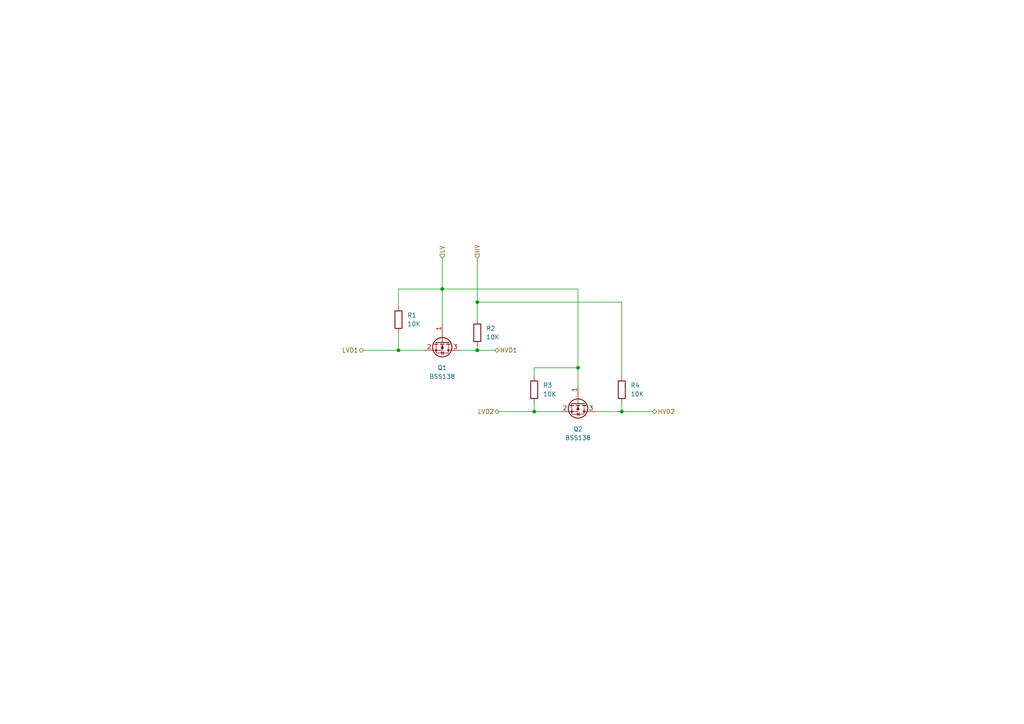
<source format=kicad_sch>
(kicad_sch (version 20211123) (generator eeschema)
  (paper "A4")
  (lib_symbols
    (symbol "Device:R" (pin_numbers hide) (pin_names (offset 0))
      (property "Reference" "R" (at 2.032 0 90))
      (property "Value" "R" (at 0 0 90))
      (symbol "R_0_1"
        (rectangle (start -1.016 -2.54) (end 1.016 2.54) (stroke (width 0.254)))
      )
      (symbol "R_1_1"
        (pin passive line (at 0 3.81 270) (length 1.27) (name "~") (number "1"))
        (pin passive line (at 0 -3.81 90) (length 1.27) (name "~") (number "2"))
      )
    )
    (symbol "Transistor_FET:BSS138" (pin_names hide)
      (property "Reference" "Q" (at 5.08 1.905 0))
      (property "Value" "BSS138" (at 5.08 0 0))
      (symbol "BSS138_0_1"
        (polyline (pts (xy 0.254 0) (xy -2.54 0)))
        (polyline (pts (xy 0.254 1.905) (xy 0.254 -1.905)) (stroke (width 0.254)))
        (polyline (pts (xy 0.762 -1.27) (xy 0.762 -2.286)) (stroke (width 0.254)))
        (polyline (pts (xy 0.762 0.508) (xy 0.762 -0.508)) (stroke (width 0.254)))
        (polyline (pts (xy 0.762 2.286) (xy 0.762 1.27)) (stroke (width 0.254)))
        (polyline (pts (xy 2.54 2.54) (xy 2.54 1.778)))
        (polyline (pts (xy 2.54 -2.54) (xy 2.54 0) (xy 0.762 0)))
        (polyline (pts (xy 0.762 -1.778) (xy 3.302 -1.778) (xy 3.302 1.778) (xy 0.762 1.778)))
        (polyline (pts (xy 1.016 0) (xy 2.032 0.381) (xy 2.032 -0.381) (xy 1.016 0)) (fill (type outline)))
        (polyline (pts (xy 2.794 0.508) (xy 2.921 0.381) (xy 3.683 0.381) (xy 3.81 0.254)))
        (polyline (pts (xy 3.302 0.381) (xy 2.921 -0.254) (xy 3.683 -0.254) (xy 3.302 0.381)))
        (circle (center 1.651 0) (radius 2.794) (stroke (width 0.254)))
        (circle (center 2.54 -1.778) (radius 0.254) (fill (type outline)))
        (circle (center 2.54 1.778) (radius 0.254) (fill (type outline)))
      )
      (symbol "BSS138_1_1"
        (pin input line (at -5.08 0 0) (length 2.54) (name "G") (number "1"))
        (pin passive line (at 2.54 -5.08 90) (length 2.54) (name "S") (number "2"))
        (pin passive line (at 2.54 5.08 270) (length 2.54) (name "D") (number "3"))
      )
    )
  )
  (junction (at 180.34 119.38))
  (junction (at 138.43 101.6))
  (junction (at 154.94 119.38))
  (junction (at 128.27 83.82))
  (junction (at 115.57 101.6))
  (junction (at 167.64 106.68))
  (junction (at 138.43 87.63))
  (wire (pts (xy 162.56 119.38) (xy 154.94 119.38)))
  (wire (pts (xy 105.41 101.6) (xy 115.57 101.6)))
  (wire (pts (xy 128.27 83.82) (xy 167.64 83.82)))
  (wire (pts (xy 138.43 101.6) (xy 143.51 101.6)))
  (wire (pts (xy 154.94 116.84) (xy 154.94 119.38)))
  (wire (pts (xy 154.94 109.22) (xy 154.94 106.68)))
  (wire (pts (xy 180.34 119.38) (xy 189.23 119.38)))
  (wire (pts (xy 180.34 119.38) (xy 180.34 116.84)))
  (wire (pts (xy 115.57 101.6) (xy 123.19 101.6)))
  (wire (pts (xy 115.57 96.52) (xy 115.57 101.6)))
  (wire (pts (xy 180.34 87.63) (xy 138.43 87.63)))
  (wire (pts (xy 144.78 119.38) (xy 154.94 119.38)))
  (wire (pts (xy 128.27 74.93) (xy 128.27 83.82)))
  (wire (pts (xy 180.34 109.22) (xy 180.34 87.63)))
  (wire (pts (xy 172.72 119.38) (xy 180.34 119.38)))
  (wire (pts (xy 167.64 106.68) (xy 167.64 111.76)))
  (wire (pts (xy 138.43 87.63) (xy 138.43 92.71)))
  (wire (pts (xy 133.35 101.6) (xy 138.43 101.6)))
  (wire (pts (xy 167.64 83.82) (xy 167.64 106.68)))
  (wire (pts (xy 154.94 106.68) (xy 167.64 106.68)))
  (wire (pts (xy 115.57 88.9) (xy 115.57 83.82)))
  (wire (pts (xy 138.43 100.33) (xy 138.43 101.6)))
  (wire (pts (xy 128.27 83.82) (xy 128.27 93.98)))
  (wire (pts (xy 115.57 83.82) (xy 128.27 83.82)))
  (wire (pts (xy 138.43 74.93) (xy 138.43 87.63)))
  (hierarchical_label "HVD1" (shape bidirectional) (at 143.51 101.6 0))
  (hierarchical_label "LV" (shape input) (at 128.27 74.93 90))
  (hierarchical_label "HV" (shape input) (at 138.43 74.93 90))
  (hierarchical_label "LVD2" (shape bidirectional) (at 144.78 119.38 180))
  (hierarchical_label "HVD2" (shape bidirectional) (at 189.23 119.38 0))
  (hierarchical_label "LVD1" (shape bidirectional) (at 105.41 101.6 180))
  (symbol (lib_id "Device:R") (at 180.34 113.03 0) (unit 1)
    (property "Reference" "R4" (at 182.88 111.7599 0) (effects (justify left)))
    (property "Value" "10K" (at 182.88 114.2999 0) (effects (justify left)))
    (property "Footprint" "Resistor_SMD:R_1206_3216Metric_Pad1.30x1.75mm_HandSolder" (effects hide))
  )
  (symbol (lib_id "Transistor_FET:BSS138") (at 167.64 116.84 270) (unit 1)
    (property "Reference" "Q2" (at 167.64 124.46 90))
    (property "Value" "BSS138" (at 167.64 127 90))
    (property "Footprint" "Package_TO_SOT_SMD:SOT-23_Handsoldering" (effects hide))
    (property "Datasheet" "https://www.onsemi.com/pub/Collateral/BSS138-D.PDF" (effects hide))
  )
  (symbol (lib_id "Device:R") (at 138.43 96.52 0) (unit 1)
    (property "Reference" "R2" (at 140.97 95.2499 0) (effects (justify left)))
    (property "Value" "10K" (at 140.97 97.7899 0) (effects (justify left)))
    (property "Footprint" "Resistor_SMD:R_1206_3216Metric_Pad1.30x1.75mm_HandSolder" (effects hide))
  )
  (symbol (lib_id "Device:R") (at 154.94 113.03 0) (unit 1)
    (property "Reference" "R3" (at 157.48 111.7599 0) (effects (justify left)))
    (property "Value" "10K" (at 157.48 114.2999 0) (effects (justify left)))
    (property "Footprint" "Resistor_SMD:R_1206_3216Metric_Pad1.30x1.75mm_HandSolder" (effects hide))
  )
  (symbol (lib_id "Transistor_FET:BSS138") (at 128.27 99.06 270) (unit 1)
    (property "Reference" "Q1" (at 128.27 106.68 90))
    (property "Value" "BSS138" (at 128.27 109.22 90))
    (property "Footprint" "Package_TO_SOT_SMD:SOT-23_Handsoldering" (effects hide))
    (property "Datasheet" "https://www.onsemi.com/pub/Collateral/BSS138-D.PDF" (effects hide))
  )
  (symbol (lib_id "Device:R") (at 115.57 92.71 0) (unit 1)
    (property "Reference" "R1" (at 118.11 91.4399 0) (effects (justify left)))
    (property "Value" "10K" (at 118.11 93.9799 0) (effects (justify left)))
    (property "Footprint" "Resistor_SMD:R_1206_3216Metric_Pad1.30x1.75mm_HandSolder" (effects hide))
  )
)
</source>
